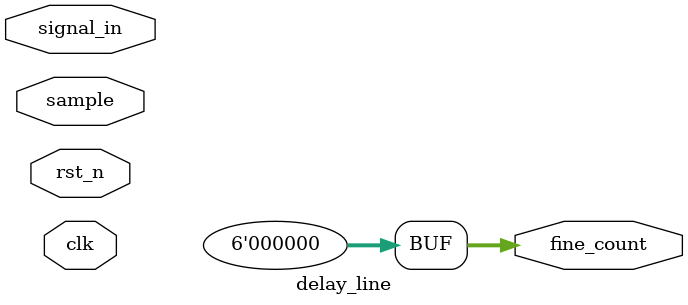
<source format=v>
module delay_line (
    input  wire        signal_in,    // RAW signal to measure (propagates through chain)
    input  wire        clk,          // Clock for sampling
    input  wire        rst_n,        // Active low reset
    input  wire        sample,       // Sample the delay line state (from synchronized edge detection)
    output wire [5:0]  fine_count   // Binary-encoded position (0-63)
);
    assign fine_count = 6'b0;

endmodule

</source>
